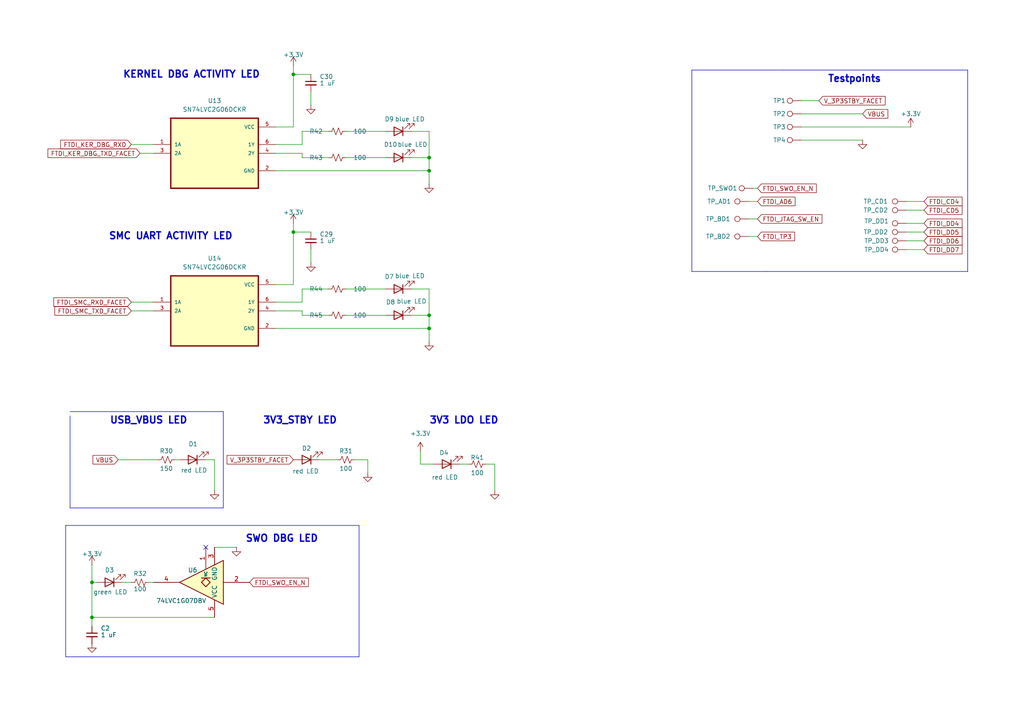
<source format=kicad_sch>
(kicad_sch (version 20250114) (generator "eeschema") (generator_version "9.0")
  (paper "A4")
  (title_block (title "FACET2 Homebrew") (date "2023-07-01") (rev "1.1"))
  (lib_symbols
    (symbol "74xGxx:74LVC1G07"
      (property "Reference" "U" (at 0 7.62 0))
      (property "Value" "74LVC1G07" (at 3.81 -7.62 0))
      (symbol "74LVC1G07_0_1"
        (polyline (pts (xy -7.62 6.35) (xy -7.62 -6.35) (xy 5.08 0) (xy -7.62 6.35)) (stroke (width 0.254)) (fill (type background)))
        (polyline (pts (xy -3.81 -1.27) (xy -1.27 -1.27)) (stroke (width 0.254)) (fill (type background)))
        (polyline (pts (xy -2.54 1.27) (xy -3.81 0) (xy -2.54 -1.27) (xy -1.27 0) (xy -2.54 1.27)) (stroke (width 0.254)) (fill (type background)))
      )
      (symbol "74LVC1G07_1_1"
        (pin input line (at -15.24 0 0) (length 7.62) (name "~") (number "2"))
        (pin power_in line (at -5.08 10.16 270) (length 5.08) (name "VCC") (number "5"))
        (pin power_in line (at -5.08 -10.16 90) (length 5.08) (name "GND") (number "3"))
        (pin free line (at -2.54 -10.16 90) (length 6.35) (name "NC") (number "1"))
        (pin open_collector line (at 12.7 0 180) (length 7.62) (name "~") (number "4"))
      )
    )
    (symbol "Connector:TestPoint" (pin_numbers (hide yes)) (pin_names (offset 0.762) (hide yes))
      (property "Reference" "TP" (at 0 6.858 0))
      (property "Value" "TestPoint" (at 0 5.08 0))
      (symbol "TestPoint_0_1"
        (circle (center 0 3.302) (radius 0.762))
      )
      (symbol "TestPoint_1_1"
        (pin passive line (at 0 0 90) (length 2.54) (name "1") (number "1"))
      )
    )
    (symbol "Device:C_Small" (pin_numbers (hide yes)) (pin_names (offset 0.254) (hide yes))
      (property "Reference" "C" (at 0.254 1.778 0))
      (property "Value" "C_Small" (at 0.254 -2.032 0))
      (symbol "C_Small_0_1"
        (polyline (pts (xy -1.524 0.508) (xy 1.524 0.508)) (stroke (width 0.3048)))
        (polyline (pts (xy -1.524 -0.508) (xy 1.524 -0.508)) (stroke (width 0.3302)))
      )
      (symbol "C_Small_1_1"
        (pin passive line (at 0 2.54 270) (length 2.032) (name "~") (number "1"))
        (pin passive line (at 0 -2.54 90) (length 2.032) (name "~") (number "2"))
      )
    )
    (symbol "Device:LED" (pin_numbers (hide yes)) (pin_names (offset 1.016) (hide yes))
      (property "Reference" "D" (at 0 2.54 0))
      (property "Value" "LED" (at 0 -2.54 0))
      (symbol "LED_0_1"
        (polyline (pts (xy -3.048 -0.762) (xy -4.572 -2.286) (xy -3.81 -2.286) (xy -4.572 -2.286) (xy -4.572 -1.524)))
        (polyline (pts (xy -1.778 -0.762) (xy -3.302 -2.286) (xy -2.54 -2.286) (xy -3.302 -2.286) (xy -3.302 -1.524)))
        (polyline (pts (xy -1.27 0) (xy 1.27 0)))
        (polyline (pts (xy -1.27 -1.27) (xy -1.27 1.27)) (stroke (width 0.254)))
        (polyline (pts (xy 1.27 -1.27) (xy 1.27 1.27) (xy -1.27 0) (xy 1.27 -1.27)) (stroke (width 0.254)))
      )
      (symbol "LED_1_1"
        (pin passive line (at -3.81 0 0) (length 2.54) (name "K") (number "1"))
        (pin passive line (at 3.81 0 180) (length 2.54) (name "A") (number "2"))
      )
    )
    (symbol "Device:R_Small_US" (pin_numbers (hide yes)) (pin_names (offset 0.254) (hide yes))
      (property "Reference" "R" (at 0.762 0.508 0))
      (property "Value" "R_Small_US" (at 0.762 -1.016 0))
      (symbol "R_Small_US_1_1"
        (polyline (pts (xy 0 1.524) (xy 1.016 1.143) (xy 0 0.762) (xy -1.016 0.381) (xy 0 0)))
        (polyline (pts (xy 0 0) (xy 1.016 -0.381) (xy 0 -0.762) (xy -1.016 -1.143) (xy 0 -1.524)))
        (pin passive line (at 0 2.54 270) (length 1.016) (name "~") (number "1"))
        (pin passive line (at 0 -2.54 90) (length 1.016) (name "~") (number "2"))
      )
    )
    (symbol "LED_1" (pin_numbers (hide yes)) (pin_names (offset 1.016) (hide yes))
      (property "Reference" "D" (at 0 2.54 0))
      (property "Value" "LED" (at 0 -2.54 0))
      (symbol "LED_1_0_1"
        (polyline (pts (xy -3.048 -0.762) (xy -4.572 -2.286) (xy -3.81 -2.286) (xy -4.572 -2.286) (xy -4.572 -1.524)))
        (polyline (pts (xy -1.778 -0.762) (xy -3.302 -2.286) (xy -2.54 -2.286) (xy -3.302 -2.286) (xy -3.302 -1.524)))
        (polyline (pts (xy -1.27 0) (xy 1.27 0)))
        (polyline (pts (xy -1.27 -1.27) (xy -1.27 1.27)) (stroke (width 0.254)))
        (polyline (pts (xy 1.27 -1.27) (xy 1.27 1.27) (xy -1.27 0) (xy 1.27 -1.27)) (stroke (width 0.254)))
      )
      (symbol "LED_1_1_1"
        (pin passive line (at -3.81 0 0) (length 2.54) (name "K") (number "1"))
        (pin passive line (at 3.81 0 180) (length 2.54) (name "A") (number "2"))
      )
    )
    (symbol "LED_2" (pin_numbers (hide yes)) (pin_names (offset 1.016) (hide yes))
      (property "Reference" "D" (at 0 2.54 0))
      (property "Value" "LED" (at 0 -2.54 0))
      (symbol "LED_2_0_1"
        (polyline (pts (xy -3.048 -0.762) (xy -4.572 -2.286) (xy -3.81 -2.286) (xy -4.572 -2.286) (xy -4.572 -1.524)))
        (polyline (pts (xy -1.778 -0.762) (xy -3.302 -2.286) (xy -2.54 -2.286) (xy -3.302 -2.286) (xy -3.302 -1.524)))
        (polyline (pts (xy -1.27 0) (xy 1.27 0)))
        (polyline (pts (xy -1.27 -1.27) (xy -1.27 1.27)) (stroke (width 0.254)))
        (polyline (pts (xy 1.27 -1.27) (xy 1.27 1.27) (xy -1.27 0) (xy 1.27 -1.27)) (stroke (width 0.254)))
      )
      (symbol "LED_2_1_1"
        (pin passive line (at -3.81 0 0) (length 2.54) (name "K") (number "1"))
        (pin passive line (at 3.81 0 180) (length 2.54) (name "A") (number "2"))
      )
    )
    (symbol "LED_3" (pin_numbers (hide yes)) (pin_names (offset 1.016) (hide yes))
      (property "Reference" "D" (at 0 2.54 0))
      (property "Value" "LED" (at 0 -2.54 0))
      (symbol "LED_3_0_1"
        (polyline (pts (xy -3.048 -0.762) (xy -4.572 -2.286) (xy -3.81 -2.286) (xy -4.572 -2.286) (xy -4.572 -1.524)))
        (polyline (pts (xy -1.778 -0.762) (xy -3.302 -2.286) (xy -2.54 -2.286) (xy -3.302 -2.286) (xy -3.302 -1.524)))
        (polyline (pts (xy -1.27 0) (xy 1.27 0)))
        (polyline (pts (xy -1.27 -1.27) (xy -1.27 1.27)) (stroke (width 0.254)))
        (polyline (pts (xy 1.27 -1.27) (xy 1.27 1.27) (xy -1.27 0) (xy 1.27 -1.27)) (stroke (width 0.254)))
      )
      (symbol "LED_3_1_1"
        (pin passive line (at -3.81 0 0) (length 2.54) (name "K") (number "1"))
        (pin passive line (at 3.81 0 180) (length 2.54) (name "A") (number "2"))
      )
    )
    (symbol "LED_4" (pin_numbers (hide yes)) (pin_names (offset 1.016) (hide yes))
      (property "Reference" "D" (at 0 2.54 0))
      (property "Value" "LED" (at 0 -2.54 0))
      (symbol "LED_4_0_1"
        (polyline (pts (xy -3.048 -0.762) (xy -4.572 -2.286) (xy -3.81 -2.286) (xy -4.572 -2.286) (xy -4.572 -1.524)))
        (polyline (pts (xy -1.778 -0.762) (xy -3.302 -2.286) (xy -2.54 -2.286) (xy -3.302 -2.286) (xy -3.302 -1.524)))
        (polyline (pts (xy -1.27 0) (xy 1.27 0)))
        (polyline (pts (xy -1.27 -1.27) (xy -1.27 1.27)) (stroke (width 0.254)))
        (polyline (pts (xy 1.27 -1.27) (xy 1.27 1.27) (xy -1.27 0) (xy 1.27 -1.27)) (stroke (width 0.254)))
      )
      (symbol "LED_4_1_1"
        (pin passive line (at -3.81 0 0) (length 2.54) (name "K") (number "1"))
        (pin passive line (at 3.81 0 180) (length 2.54) (name "A") (number "2"))
      )
    )
    (symbol "LED_5" (pin_numbers (hide yes)) (pin_names (offset 1.016) (hide yes))
      (property "Reference" "D" (at 0 2.54 0))
      (property "Value" "LED" (at 0 -2.54 0))
      (symbol "LED_5_0_1"
        (polyline (pts (xy -3.048 -0.762) (xy -4.572 -2.286) (xy -3.81 -2.286) (xy -4.572 -2.286) (xy -4.572 -1.524)))
        (polyline (pts (xy -1.778 -0.762) (xy -3.302 -2.286) (xy -2.54 -2.286) (xy -3.302 -2.286) (xy -3.302 -1.524)))
        (polyline (pts (xy -1.27 0) (xy 1.27 0)))
        (polyline (pts (xy -1.27 -1.27) (xy -1.27 1.27)) (stroke (width 0.254)))
        (polyline (pts (xy 1.27 -1.27) (xy 1.27 1.27) (xy -1.27 0) (xy 1.27 -1.27)) (stroke (width 0.254)))
      )
      (symbol "LED_5_1_1"
        (pin passive line (at -3.81 0 0) (length 2.54) (name "K") (number "1"))
        (pin passive line (at 3.81 0 180) (length 2.54) (name "A") (number "2"))
      )
    )
    (symbol "LED_6" (pin_numbers (hide yes)) (pin_names (offset 1.016) (hide yes))
      (property "Reference" "D" (at 0 2.54 0))
      (property "Value" "LED" (at 0 -2.54 0))
      (symbol "LED_6_0_1"
        (polyline (pts (xy -3.048 -0.762) (xy -4.572 -2.286) (xy -3.81 -2.286) (xy -4.572 -2.286) (xy -4.572 -1.524)))
        (polyline (pts (xy -1.778 -0.762) (xy -3.302 -2.286) (xy -2.54 -2.286) (xy -3.302 -2.286) (xy -3.302 -1.524)))
        (polyline (pts (xy -1.27 0) (xy 1.27 0)))
        (polyline (pts (xy -1.27 -1.27) (xy -1.27 1.27)) (stroke (width 0.254)))
        (polyline (pts (xy 1.27 -1.27) (xy 1.27 1.27) (xy -1.27 0) (xy 1.27 -1.27)) (stroke (width 0.254)))
      )
      (symbol "LED_6_1_1"
        (pin passive line (at -3.81 0 0) (length 2.54) (name "K") (number "1"))
        (pin passive line (at 3.81 0 180) (length 2.54) (name "A") (number "2"))
      )
    )
    (symbol "LED_7" (pin_numbers (hide yes)) (pin_names (offset 1.016) (hide yes))
      (property "Reference" "D" (at 0 2.54 0))
      (property "Value" "LED" (at 0 -2.54 0))
      (symbol "LED_7_0_1"
        (polyline (pts (xy -3.048 -0.762) (xy -4.572 -2.286) (xy -3.81 -2.286) (xy -4.572 -2.286) (xy -4.572 -1.524)))
        (polyline (pts (xy -1.778 -0.762) (xy -3.302 -2.286) (xy -2.54 -2.286) (xy -3.302 -2.286) (xy -3.302 -1.524)))
        (polyline (pts (xy -1.27 0) (xy 1.27 0)))
        (polyline (pts (xy -1.27 -1.27) (xy -1.27 1.27)) (stroke (width 0.254)))
        (polyline (pts (xy 1.27 -1.27) (xy 1.27 1.27) (xy -1.27 0) (xy 1.27 -1.27)) (stroke (width 0.254)))
      )
      (symbol "LED_7_1_1"
        (pin passive line (at -3.81 0 0) (length 2.54) (name "K") (number "1"))
        (pin passive line (at 3.81 0 180) (length 2.54) (name "A") (number "2"))
      )
    )
    (symbol "SN74LVC2G06DCKR:SN74LVC2G06DCKR" (pin_names (offset 1.016))
      (property "Reference" "U" (at -12.7 11.16 0))
      (property "Value" "SN74LVC2G06DCKR" (at -12.7 -14.16 0))
      (symbol "SN74LVC2G06DCKR_0_0"
        (rectangle (start -12.7 -10.16) (end 12.7 10.16) (stroke (width 0.41)) (fill (type background)))
        (pin input line (at -17.78 2.54 0) (length 5.08) (name "1A") (number "1"))
        (pin input line (at -17.78 0 0) (length 5.08) (name "2A") (number "3"))
        (pin power_in line (at 17.78 7.62 180) (length 5.08) (name "VCC") (number "5"))
        (pin output line (at 17.78 2.54 180) (length 5.08) (name "1Y") (number "6"))
        (pin output line (at 17.78 0 180) (length 5.08) (name "2Y") (number "4"))
        (pin power_in line (at 17.78 -5.08 180) (length 5.08) (name "GND") (number "2"))
      )
    )
    (symbol "SN74LVC2G06DCKR_1" (pin_names (offset 1.016))
      (property "Reference" "U" (at -12.7 11.16 0))
      (property "Value" "SN74LVC2G06DCKR" (at -12.7 -14.16 0))
      (symbol "SN74LVC2G06DCKR_1_0_0"
        (rectangle (start -12.7 -10.16) (end 12.7 10.16) (stroke (width 0.41)) (fill (type background)))
        (pin input line (at -17.78 2.54 0) (length 5.08) (name "1A") (number "1"))
        (pin input line (at -17.78 0 0) (length 5.08) (name "2A") (number "3"))
        (pin power_in line (at 17.78 7.62 180) (length 5.08) (name "VCC") (number "5"))
        (pin output line (at 17.78 2.54 180) (length 5.08) (name "1Y") (number "6"))
        (pin output line (at 17.78 0 180) (length 5.08) (name "2Y") (number "4"))
        (pin power_in line (at 17.78 -5.08 180) (length 5.08) (name "GND") (number "2"))
      )
    )
    (symbol "power:+3.3V" (power) (pin_numbers (hide yes)) (pin_names (offset 0) (hide yes))
      (property "Value" "+3.3V" (at 0 3.556 0))
      (symbol "+3.3V_0_1"
        (polyline (pts (xy -0.762 1.27) (xy 0 2.54)))
        (polyline (pts (xy 0 2.54) (xy 0.762 1.27)))
        (polyline (pts (xy 0 0) (xy 0 2.54)))
      )
      (symbol "+3.3V_1_1"
        (pin power_in line (at 0 0 90) (length 0) (name "~") (number "1"))
      )
    )
    (symbol "power:GND" (power) (pin_numbers (hide yes)) (pin_names (offset 0) (hide yes))
      (property "Value" "GND" (at 0 -3.81 0))
      (symbol "GND_0_1"
        (polyline (pts (xy 0 0) (xy 0 -1.27) (xy 1.27 -1.27) (xy 0 -2.54) (xy -1.27 -1.27) (xy 0 -1.27)))
      )
      (symbol "GND_1_1"
        (pin power_in line (at 0 0 270) (length 0) (name "~") (number "1"))
      )
    )
  )
  (text "USB_VBUS LED" (at 31.75 123.19 0) (effects (font (size 2 2) (thickness 0.4) (bold yes)) (justify left bottom)))
  (text "KERNEL DBG ACTIVITY LED" (at 35.56 22.86 0) (effects (font (size 2 2) (thickness 0.4) (bold yes)) (justify left bottom)))
  (text "Testpoints" (at 240.03 24.13 0) (effects (font (size 2 2) (thickness 0.4) (bold yes)) (justify left bottom)))
  (text "3V3_STBY LED" (at 76.2 123.19 0) (effects (font (size 2 2) (thickness 0.4) (bold yes)) (justify left bottom)))
  (text "3V3 LDO LED" (at 124.46 123.19 0) (effects (font (size 2 2) (thickness 0.4) (bold yes)) (justify left bottom)))
  (text "SMC UART ACTIVITY LED" (at 49.53 68.58 0) (effects (font (size 2 2) (bold yes))))
  (text "SWO DBG LED" (at 71.12 157.48 0) (effects (font (size 2 2) (thickness 0.4) (bold yes)) (justify left bottom)))
  (junction (at 85.09 67.31))
  (junction (at 124.46 91.44))
  (junction (at 124.46 49.53))
  (junction (at 124.46 95.25))
  (junction (at 26.67 168.91))
  (junction (at 26.67 179.07))
  (junction (at 124.46 45.72))
  (junction (at 85.09 21.59))
  (no_connect (at 59.69 158.75))
  (wire (pts (xy 90.17 72.39) (xy 90.17 76.2)))
  (wire (pts (xy 87.63 44.45) (xy 80.01 44.45)))
  (wire (pts (xy 26.67 179.07) (xy 26.67 181.61)))
  (wire (pts (xy 218.44 54.61) (xy 219.71 54.61)))
  (wire (pts (xy 35.56 168.91) (xy 38.1 168.91)))
  (wire (pts (xy 80.01 36.83) (xy 85.09 36.83)))
  (wire (pts (xy 87.63 83.82) (xy 95.25 83.82)))
  (polyline (pts (xy 20.32 147.32) (xy 64.77 147.32)))
  (polyline (pts (xy 64.77 147.32) (xy 64.77 119.38)))
  (wire (pts (xy 267.97 64.77) (xy 262.89 64.77)))
  (wire (pts (xy 34.29 133.35) (xy 45.72 133.35)))
  (wire (pts (xy 100.33 45.72) (xy 111.76 45.72)))
  (wire (pts (xy 92.71 133.35) (xy 97.79 133.35)))
  (wire (pts (xy 267.97 72.39) (xy 262.89 72.39)))
  (wire (pts (xy 267.97 69.85) (xy 262.89 69.85)))
  (wire (pts (xy 87.63 38.1) (xy 95.25 38.1)))
  (wire (pts (xy 38.1 90.17) (xy 44.45 90.17)))
  (wire (pts (xy 85.09 67.31) (xy 85.09 64.77)))
  (wire (pts (xy 95.25 45.72) (xy 87.63 45.72)))
  (polyline (pts (xy 19.05 152.4) (xy 19.05 190.5)))
  (wire (pts (xy 38.1 41.91) (xy 44.45 41.91)))
  (wire (pts (xy 50.8 133.35) (xy 52.07 133.35)))
  (polyline (pts (xy 20.32 119.38) (xy 64.77 119.38)))
  (wire (pts (xy 40.64 44.45) (xy 44.45 44.45)))
  (wire (pts (xy 90.17 26.67) (xy 90.17 30.48)))
  (wire (pts (xy 87.63 90.17) (xy 80.01 90.17)))
  (polyline (pts (xy 227.33 20.32) (xy 280.67 20.32)))
  (wire (pts (xy 106.68 133.35) (xy 106.68 137.16)))
  (wire (pts (xy 119.38 91.44) (xy 124.46 91.44)))
  (polyline (pts (xy 104.14 152.4) (xy 19.05 152.4)))
  (wire (pts (xy 124.46 83.82) (xy 124.46 91.44)))
  (wire (pts (xy 232.41 29.21) (xy 237.49 29.21)))
  (wire (pts (xy 26.67 163.83) (xy 26.67 168.91)))
  (wire (pts (xy 121.92 134.62) (xy 125.73 134.62)))
  (polyline (pts (xy 222.25 78.74) (xy 280.67 78.74)))
  (polyline (pts (xy 227.33 20.32) (xy 200.66 20.32)))
  (wire (pts (xy 217.17 68.58) (xy 219.71 68.58)))
  (wire (pts (xy 87.63 91.44) (xy 87.63 90.17)))
  (wire (pts (xy 124.46 95.25) (xy 124.46 99.06)))
  (wire (pts (xy 59.69 133.35) (xy 62.23 133.35)))
  (wire (pts (xy 87.63 41.91) (xy 87.63 38.1)))
  (wire (pts (xy 119.38 45.72) (xy 124.46 45.72)))
  (wire (pts (xy 100.33 83.82) (xy 111.76 83.82)))
  (wire (pts (xy 100.33 38.1) (xy 111.76 38.1)))
  (wire (pts (xy 62.23 133.35) (xy 62.23 142.24)))
  (wire (pts (xy 143.51 134.62) (xy 143.51 142.24)))
  (wire (pts (xy 262.89 58.42) (xy 267.97 58.42)))
  (wire (pts (xy 87.63 45.72) (xy 87.63 44.45)))
  (wire (pts (xy 26.67 168.91) (xy 26.67 179.07)))
  (wire (pts (xy 43.18 168.91) (xy 44.45 168.91)))
  (wire (pts (xy 262.89 60.96) (xy 267.97 60.96)))
  (wire (pts (xy 85.09 36.83) (xy 85.09 21.59)))
  (wire (pts (xy 140.97 134.62) (xy 143.51 134.62)))
  (wire (pts (xy 80.01 49.53) (xy 124.46 49.53)))
  (wire (pts (xy 62.23 158.75) (xy 68.58 158.75)))
  (wire (pts (xy 133.35 134.62) (xy 135.89 134.62)))
  (wire (pts (xy 102.87 133.35) (xy 106.68 133.35)))
  (wire (pts (xy 119.38 83.82) (xy 124.46 83.82)))
  (wire (pts (xy 217.17 63.5) (xy 219.71 63.5)))
  (polyline (pts (xy 104.14 190.5) (xy 104.14 152.4)))
  (polyline (pts (xy 280.67 78.74) (xy 280.67 20.32)))
  (wire (pts (xy 87.63 87.63) (xy 87.63 83.82)))
  (wire (pts (xy 232.41 33.02) (xy 250.19 33.02)))
  (wire (pts (xy 121.92 130.81) (xy 121.92 134.62)))
  (wire (pts (xy 62.23 179.07) (xy 26.67 179.07)))
  (polyline (pts (xy 200.66 20.32) (xy 200.66 78.74)))
  (wire (pts (xy 38.1 87.63) (xy 44.45 87.63)))
  (polyline (pts (xy 19.05 190.5) (xy 104.14 190.5)))
  (wire (pts (xy 80.01 82.55) (xy 85.09 82.55)))
  (wire (pts (xy 124.46 49.53) (xy 124.46 53.34)))
  (wire (pts (xy 267.97 67.31) (xy 262.89 67.31)))
  (wire (pts (xy 232.41 40.64) (xy 250.19 40.64)))
  (wire (pts (xy 119.38 38.1) (xy 124.46 38.1)))
  (wire (pts (xy 85.09 67.31) (xy 90.17 67.31)))
  (polyline (pts (xy 20.32 120.65) (xy 20.32 147.32)))
  (polyline (pts (xy 200.66 78.74) (xy 222.25 78.74)))
  (wire (pts (xy 124.46 38.1) (xy 124.46 45.72)))
  (wire (pts (xy 100.33 91.44) (xy 111.76 91.44)))
  (wire (pts (xy 80.01 87.63) (xy 87.63 87.63)))
  (wire (pts (xy 80.01 95.25) (xy 124.46 95.25)))
  (wire (pts (xy 217.17 58.42) (xy 219.71 58.42)))
  (wire (pts (xy 232.41 36.83) (xy 264.16 36.83)))
  (wire (pts (xy 85.09 21.59) (xy 85.09 19.05)))
  (wire (pts (xy 124.46 45.72) (xy 124.46 49.53)))
  (wire (pts (xy 124.46 91.44) (xy 124.46 95.25)))
  (wire (pts (xy 26.67 168.91) (xy 27.94 168.91)))
  (wire (pts (xy 85.09 82.55) (xy 85.09 67.31)))
  (wire (pts (xy 85.09 21.59) (xy 90.17 21.59)))
  (wire (pts (xy 95.25 91.44) (xy 87.63 91.44)))
  (wire (pts (xy 80.01 41.91) (xy 87.63 41.91)))
  (global_label "V_3P3STBY_FACET" (shape input) (at 85.09 133.35 180) (property "Intersheetrefs" "${INTERSHEET_REFS}" (effects (hide yes))))
  (global_label "FTDI_DD6" (shape input) (at 267.97 69.85 0) (property "Intersheetrefs" "${INTERSHEET_REFS}" (effects (hide yes))))
  (global_label "FTDI_SWO_EN_N" (shape input) (at 219.71 54.61 0) (property "Intersheetrefs" "${INTERSHEET_REFS}" (effects (hide yes))))
  (global_label "FTDI_DD7" (shape input) (at 267.97 72.39 0) (property "Intersheetrefs" "${INTERSHEET_REFS}" (effects (hide yes))))
  (global_label "FTDI_CD4" (shape input) (at 267.97 58.42 0) (property "Intersheetrefs" "${INTERSHEET_REFS}" (effects (hide yes))))
  (global_label "FTDI_SMC_RXD_FACET" (shape input) (at 38.1 87.63 180) (property "Intersheetrefs" "${INTERSHEET_REFS}" (effects (hide yes))))
  (global_label "FTDI_CD5" (shape input) (at 267.97 60.96 0) (property "Intersheetrefs" "${INTERSHEET_REFS}" (effects (hide yes))))
  (global_label "FTDI_AD6" (shape input) (at 219.71 58.42 0) (property "Intersheetrefs" "${INTERSHEET_REFS}" (effects (hide yes))))
  (global_label "FTDI_JTAG_SW_EN" (shape input) (at 219.71 63.5 0) (property "Intersheetrefs" "${INTERSHEET_REFS}" (effects (hide yes))))
  (global_label "V_3P3STBY_FACET" (shape input) (at 237.49 29.21 0) (property "Intersheetrefs" "${INTERSHEET_REFS}" (effects (hide yes))))
  (global_label "FTDI_KER_DBG_TXD_FACET" (shape input) (at 40.64 44.45 180) (property "Intersheetrefs" "${INTERSHEET_REFS}" (effects (hide yes))))
  (global_label "FTDI_TP3" (shape input) (at 219.71 68.58 0) (property "Intersheetrefs" "${INTERSHEET_REFS}" (effects (hide yes))))
  (global_label "VBUS" (shape input) (at 250.19 33.02 0) (property "Intersheetrefs" "${INTERSHEET_REFS}" (effects (hide yes))))
  (global_label "VBUS" (shape input) (at 34.29 133.35 180) (property "Intersheetrefs" "${INTERSHEET_REFS}" (effects (hide yes))))
  (global_label "FTDI_SMC_TXD_FACET" (shape input) (at 38.1 90.17 180) (property "Intersheetrefs" "${INTERSHEET_REFS}" (effects (hide yes))))
  (global_label "FTDI_KER_DBG_RXD" (shape input) (at 38.1 41.91 180) (property "Intersheetrefs" "${INTERSHEET_REFS}" (effects (hide yes))))
  (global_label "FTDI_DD5" (shape input) (at 267.97 67.31 0) (property "Intersheetrefs" "${INTERSHEET_REFS}" (effects (hide yes))))
  (global_label "FTDI_DD4" (shape input) (at 267.97 64.77 0) (property "Intersheetrefs" "${INTERSHEET_REFS}" (effects (hide yes))))
  (global_label "FTDI_SWO_EN_N" (shape input) (at 72.39 168.91 0) (property "Intersheetrefs" "${INTERSHEET_REFS}" (effects (hide yes))))
  (symbol (lib_id "Device:R_Small_US") (at 97.79 45.72 90) (unit 1)
    (property "Reference" "R43" (at 91.694 45.72 90))
    (property "Value" "100" (at 104.394 45.72 90))
    (property "Footprint" "Resistor_SMD:R_0402_1005Metric" (effects (hide yes)))
    (property "Datasheet" "https://www.lcsc.com/datasheet/C25076.pdf" (effects (hide yes)))
    (property "Description" "Resistor, small US symbol" (effects (hide yes)))
    (property "LCSC" "C25076" (effects (hide yes)))
    (property "MF" "UNI-ROYAL" (effects (hide yes)))
    (property "MP" "0402WGF1000TCE" (effects (hide yes)))
  )
  (symbol (lib_id "Connector:TestPoint") (at 232.41 36.83 90) (unit 1)
    (property "Reference" "TP3" (at 226.06 36.83 90))
    (property "Value" "TestPoint" (effects (hide yes)))
    (property "Footprint" "TestPoint:TestPoint_Keystone_5019_Miniature" (effects (hide yes)))
    (property "Datasheet" "https://www.lcsc.com/datasheet/C238131.pdf" (effects (hide yes)))
    (property "Description" "test point" (effects (hide yes)))
    (property "LCSC" "C238131" (effects (hide yes)))
    (property "MF" "Keystone" (effects (hide yes)))
    (property "MP" "5019" (effects (hide yes)))
  )
  (symbol (lib_id "power:GND") (at 68.58 158.75 0) (unit 1)
    (property "Reference" "#PWR045" (effects (hide yes)))
    (property "Value" "Earth" (effects (hide yes)))
    (property "Description" "Power symbol creates a global label with name \"GND\" , ground" (effects (hide yes)))
  )
  (symbol (lib_id "power:+3.3V") (at 85.09 19.05 0) (unit 1)
    (property "Reference" "#PWR019" (effects (hide yes)))
    (property "Value" "+3.3V" (at 85.09 15.875 0))
    (property "Description" "Power symbol creates a global label with name \"+3.3V\"" (effects (hide yes)))
  )
  (symbol (lib_id "power:GND") (at 124.46 99.06 0) (unit 1)
    (property "Reference" "#PWR057" (effects (hide yes)))
    (property "Value" "Earth" (effects (hide yes)))
    (property "Description" "Power symbol creates a global label with name \"GND\" , ground" (effects (hide yes)))
  )
  (symbol (lib_id "Device:C_Small") (at 26.67 184.15 0) (unit 1)
    (property "Reference" "C2" (at 29.21 182.245 0) (effects (justify left)))
    (property "Value" "1 uF" (at 29.21 184.15 0) (effects (justify left)))
    (property "Footprint" "Capacitor_SMD:C_0603_1608Metric" (effects (hide yes)))
    (property "Datasheet" "https://weblib.samsungsem.com/mlcc/mlcc-ec-data-sheet.do?partNumber=CL10B105KA8NNN" (effects (hide yes)))
    (property "Description" "Unpolarized capacitor, small symbol" (effects (hide yes)))
    (property "LCSC" "C29936" (effects (hide yes)))
    (property "MF" "Samsung Electro-Mechanics" (effects (hide yes)))
    (property "MP" "CL10B105KA8NNNC" (effects (hide yes)))
  )
  (symbol (lib_id "Connector:TestPoint") (at 262.89 69.85 90) (unit 1)
    (property "Reference" "TP_DD3" (at 257.81 69.85 90) (effects (justify left)))
    (property "Value" "TestPoint" (effects (hide yes)))
    (property "Footprint" "TestPoint:TestPoint_Pad_D1.0mm" (effects (hide yes)))
    (property "Description" "test point" (effects (hide yes)))
  )
  (symbol (lib_name "LED_4") (lib_id "Device:LED") (at 115.57 45.72 180) (unit 1)
    (property "Reference" "D10" (at 113.284 41.91 0))
    (property "Value" "blue LED" (at 119.634 41.91 0))
    (property "Footprint" "LED_SMD:LED_0603_1608Metric" (effects (hide yes)))
    (property "Datasheet" "https://www.lcsc.com/datasheet/C965807.pdf" (effects (hide yes)))
    (property "Description" "Light emitting diode" (effects (hide yes)))
    (property "LCSC" "C965807" (effects (hide yes)))
    (property "Sim.Pins" "1=K 2=A" (effects (hide yes)))
    (property "MF" "XINGLIGHT" (effects (hide yes)))
    (property "MP" "XL-1608UBC-04" (effects (hide yes)))
  )
  (symbol (lib_id "power:GND") (at 90.17 30.48 0) (unit 1)
    (property "Reference" "#PWR054" (effects (hide yes)))
    (property "Value" "Earth" (effects (hide yes)))
    (property "Description" "Power symbol creates a global label with name \"GND\" , ground" (effects (hide yes)))
  )
  (symbol (lib_id "Connector:TestPoint") (at 217.17 58.42 90) (unit 1)
    (property "Reference" "TP_AD1" (at 212.09 58.42 90) (effects (justify left)))
    (property "Value" "TestPoint" (effects (hide yes)))
    (property "Footprint" "TestPoint:TestPoint_Pad_D1.0mm" (effects (hide yes)))
    (property "Description" "test point" (effects (hide yes)))
  )
  (symbol (lib_id "Device:R_Small_US") (at 100.33 133.35 90) (unit 1)
    (property "Reference" "R31" (at 100.33 130.81 90))
    (property "Value" "100" (at 100.33 135.89 90))
    (property "Footprint" "Resistor_SMD:R_0402_1005Metric" (effects (hide yes)))
    (property "Datasheet" "https://www.lcsc.com/datasheet/C25076.pdf" (effects (hide yes)))
    (property "Description" "Resistor, small US symbol" (effects (hide yes)))
    (property "LCSC" "C25076" (effects (hide yes)))
    (property "MF" "UNI-ROYAL" (effects (hide yes)))
    (property "MP" "0402WGF1000TCE" (effects (hide yes)))
  )
  (symbol (lib_id "power:+3.3V") (at 264.16 36.83 0) (unit 1)
    (property "Reference" "#PWR014" (effects (hide yes)))
    (property "Value" "+3.3V" (at 264.16 33.02 0))
    (property "Description" "Power symbol creates a global label with name \"+3.3V\"" (effects (hide yes)))
  )
  (symbol (lib_id "Connector:TestPoint") (at 262.89 67.31 90) (unit 1)
    (property "Reference" "TP_DD2" (at 254 67.31 90))
    (property "Value" "TestPoint" (effects (hide yes)))
    (property "Footprint" "TestPoint:TestPoint_Pad_D1.0mm" (effects (hide yes)))
    (property "Description" "test point" (effects (hide yes)))
  )
  (symbol (lib_id "Device:R_Small_US") (at 97.79 38.1 90) (unit 1)
    (property "Reference" "R42" (at 91.694 38.1 90))
    (property "Value" "100" (at 104.394 38.1 90))
    (property "Footprint" "Resistor_SMD:R_0402_1005Metric" (effects (hide yes)))
    (property "Datasheet" "https://www.lcsc.com/datasheet/C25076.pdf" (effects (hide yes)))
    (property "Description" "Resistor, small US symbol" (effects (hide yes)))
    (property "LCSC" "C25076" (effects (hide yes)))
    (property "MF" "UNI-ROYAL" (effects (hide yes)))
    (property "MP" "0402WGF1000TCE" (effects (hide yes)))
  )
  (symbol (lib_id "SN74LVC2G06DCKR:SN74LVC2G06DCKR") (at 62.23 90.17 0) (unit 1)
    (property "Reference" "U14" (at 62.23 74.93 0))
    (property "Value" "SN74LVC2G06DCKR" (at 62.23 77.47 0))
    (property "Footprint" "SN74LVC2G06DCKR:SOT65P210X110-6N" (effects (hide yes)))
    (property "Datasheet" "https://www.ti.com/lit/gpn/sn74lvc2g06" (effects (hide yes)))
    (property "MF" "Texas Instruments" (effects (hide yes)))
    (property "Description_1" "2-ch, 1.65-V to 5.5-V inverters with open-drain outputs" (effects (hide yes)))
    (property "Package" "SOT-SC70-6 Texas Instruments" (effects (hide yes)))
    (property "MP" "SN74LVC2G06DCKR" (effects (hide yes)))
    (property "Availability" "In Stock" (effects (hide yes)))
    (property "Check_prices" "https://www.snapeda.com/parts/SN74LVC2G06DCKR/Texas+Instruments/view-part/?ref=eda" (effects (hide yes)))
    (property "LCSC" "C105252" (effects (hide yes)))
  )
  (symbol (lib_name "LED_5") (lib_id "Device:LED") (at 115.57 91.44 180) (unit 1)
    (property "Reference" "D8" (at 113.284 87.63 0))
    (property "Value" "blue LED" (at 119.38 87.376 0))
    (property "Footprint" "LED_SMD:LED_0603_1608Metric" (effects (hide yes)))
    (property "Datasheet" "https://www.lcsc.com/datasheet/C965807.pdf" (effects (hide yes)))
    (property "Description" "Light emitting diode" (effects (hide yes)))
    (property "LCSC" "C965807" (effects (hide yes)))
    (property "Sim.Pins" "1=K 2=A" (effects (hide yes)))
    (property "MF" "XINGLIGHT" (effects (hide yes)))
    (property "MP" "XL-1608UBC-04" (effects (hide yes)))
  )
  (symbol (lib_id "74xGxx:74LVC1G07") (at 57.15 168.91 180) (unit 1)
    (property "Reference" "U6" (at 55.88 165.354 0))
    (property "Value" "74LVC1G07DBV" (at 52.578 174.244 0))
    (property "Footprint" "Package_TO_SOT_SMD:SOT-23-5" (effects (hide yes)))
    (property "Datasheet" "https://www.ti.com/lit/ds/symlink/sn74lvc1g07.pdf" (effects (hide yes)))
    (property "Description" "Single Buffer Gate, Open Drain, Low-Voltage CMOS" (effects (hide yes)))
    (property "LCSC" "C460520" (effects (hide yes)))
    (property "MF" "DIODES" (effects (hide yes)))
    (property "MP" "74LVC1G07W5-7" (effects (hide yes)))
  )
  (symbol (lib_id "power:+3.3V") (at 85.09 64.77 0) (unit 1)
    (property "Reference" "#PWR055" (effects (hide yes)))
    (property "Value" "+3.3V" (at 85.09 61.595 0))
    (property "Description" "Power symbol creates a global label with name \"+3.3V\"" (effects (hide yes)))
  )
  (symbol (lib_id "Device:R_Small_US") (at 97.79 91.44 90) (unit 1)
    (property "Reference" "R45" (at 91.694 91.44 90))
    (property "Value" "100" (at 104.394 91.44 90))
    (property "Footprint" "Resistor_SMD:R_0402_1005Metric" (effects (hide yes)))
    (property "Datasheet" "https://www.lcsc.com/datasheet/C25076.pdf" (effects (hide yes)))
    (property "Description" "Resistor, small US symbol" (effects (hide yes)))
    (property "LCSC" "C25076" (effects (hide yes)))
    (property "MF" "UNI-ROYAL" (effects (hide yes)))
    (property "MP" "0402WGF1000TCE" (effects (hide yes)))
  )
  (symbol (lib_id "Device:R_Small_US") (at 40.64 168.91 90) (unit 1)
    (property "Reference" "R32" (at 40.64 166.37 90))
    (property "Value" "100" (at 40.64 170.815 90))
    (property "Footprint" "Resistor_SMD:R_0402_1005Metric" (effects (hide yes)))
    (property "Datasheet" "https://www.lcsc.com/datasheet/C25076.pdf" (effects (hide yes)))
    (property "Description" "Resistor, small US symbol" (effects (hide yes)))
    (property "LCSC" "C25076" (effects (hide yes)))
    (property "MF" "UNI-ROYAL" (effects (hide yes)))
    (property "MP" "0402WGF1000TCE" (effects (hide yes)))
  )
  (symbol (lib_id "Device:R_Small_US") (at 48.26 133.35 90) (unit 1)
    (property "Reference" "R30" (at 48.26 130.81 90))
    (property "Value" "150" (at 48.26 135.89 90))
    (property "Footprint" "Resistor_SMD:R_0402_1005Metric" (effects (hide yes)))
    (property "Datasheet" "https://www.lcsc.com/datasheet/C25082.pdf" (effects (hide yes)))
    (property "Description" "Resistor, small US symbol" (effects (hide yes)))
    (property "LCSC" "C25082" (effects (hide yes)))
    (property "MF" "UNI-ROYAL" (effects (hide yes)))
    (property "MP" "0402WGF1500TCE" (effects (hide yes)))
  )
  (symbol (lib_name "LED_6") (lib_id "Device:LED") (at 88.9 133.35 180) (unit 1)
    (property "Reference" "D2" (at 88.9 130.048 0))
    (property "Value" "red LED" (at 88.646 136.652 0))
    (property "Footprint" "LED_SMD:LED_0603_1608Metric" (effects (hide yes)))
    (property "Datasheet" "https://www.lcsc.com/datasheet/C965799.pdf" (effects (hide yes)))
    (property "Description" "Light emitting diode" (effects (hide yes)))
    (property "LCSC" "C965799" (effects (hide yes)))
    (property "Sim.Pins" "1=K 2=A" (effects (hide yes)))
    (property "MF" "XINGLIGHT" (effects (hide yes)))
    (property "MP" "XL-1608SURC-06" (effects (hide yes)))
  )
  (symbol (lib_name "LED_7") (lib_id "Device:LED") (at 129.54 134.62 180) (unit 1)
    (property "Reference" "D4" (at 128.778 131.318 0))
    (property "Value" "red LED" (at 129.032 138.43 0))
    (property "Footprint" "LED_SMD:LED_0603_1608Metric" (effects (hide yes)))
    (property "Datasheet" "https://www.lcsc.com/datasheet/C965799.pdf" (effects (hide yes)))
    (property "Description" "Light emitting diode" (effects (hide yes)))
    (property "LCSC" "C965799" (effects (hide yes)))
    (property "Sim.Pins" "1=K 2=A" (effects (hide yes)))
    (property "MF" "XINGLIGHT" (effects (hide yes)))
    (property "MP" "XL-1608SURC-06" (effects (hide yes)))
  )
  (symbol (lib_id "Connector:TestPoint") (at 232.41 29.21 90) (unit 1)
    (property "Reference" "TP1" (at 226.06 29.21 90))
    (property "Value" "TestPoint" (effects (hide yes)))
    (property "Footprint" "TestPoint:TestPoint_Keystone_5019_Miniature" (effects (hide yes)))
    (property "Datasheet" "https://www.lcsc.com/datasheet/C238131.pdf" (effects (hide yes)))
    (property "Description" "test point" (effects (hide yes)))
    (property "LCSC" "C238131" (effects (hide yes)))
    (property "MF" "Keystone" (effects (hide yes)))
    (property "MP" "5019" (effects (hide yes)))
  )
  (symbol (lib_name "LED_1") (lib_id "Device:LED") (at 115.57 38.1 180) (unit 1)
    (property "Reference" "D9" (at 112.903 34.544 0))
    (property "Value" "blue LED" (at 118.872 34.544 0))
    (property "Footprint" "LED_SMD:LED_0603_1608Metric" (effects (hide yes)))
    (property "Datasheet" "https://www.lcsc.com/datasheet/C965807.pdf" (effects (hide yes)))
    (property "Description" "Light emitting diode" (effects (hide yes)))
    (property "LCSC" "C965807" (effects (hide yes)))
    (property "Sim.Pins" "1=K 2=A" (effects (hide yes)))
    (property "MF" "XINGLIGHT" (effects (hide yes)))
    (property "MP" "XL-1608UBC-04" (effects (hide yes)))
  )
  (symbol (lib_id "Device:C_Small") (at 90.17 69.85 0) (unit 1)
    (property "Reference" "C29" (at 92.71 67.945 0) (effects (justify left)))
    (property "Value" "1 uF" (at 92.71 69.85 0) (effects (justify left)))
    (property "Footprint" "Capacitor_SMD:C_0603_1608Metric" (effects (hide yes)))
    (property "Datasheet" "https://weblib.samsungsem.com/mlcc/mlcc-ec-data-sheet.do?partNumber=CL10B105KA8NNN" (effects (hide yes)))
    (property "Description" "Unpolarized capacitor, small symbol" (effects (hide yes)))
    (property "LCSC" "C29936" (effects (hide yes)))
    (property "MF" "Samsung Electro-Mechanics" (effects (hide yes)))
    (property "MP" "CL10B105KA8NNNC" (effects (hide yes)))
  )
  (symbol (lib_name "SN74LVC2G06DCKR_1") (lib_id "SN74LVC2G06DCKR:SN74LVC2G06DCKR") (at 62.23 44.45 0) (unit 1)
    (property "Reference" "U13" (at 62.23 29.21 0))
    (property "Value" "SN74LVC2G06DCKR" (at 62.23 31.75 0))
    (property "Footprint" "SN74LVC2G06DCKR:SOT65P210X110-6N" (effects (hide yes)))
    (property "Datasheet" "https://www.ti.com/lit/gpn/sn74lvc2g06" (effects (hide yes)))
    (property "MF" "Texas Instruments" (effects (hide yes)))
    (property "Description_1" "2-ch, 1.65-V to 5.5-V inverters with open-drain outputs" (effects (hide yes)))
    (property "Package" "SOT-SC70-6 Texas Instruments" (effects (hide yes)))
    (property "MP" "SN74LVC2G06DCKR" (effects (hide yes)))
    (property "Availability" "In Stock" (effects (hide yes)))
    (property "Check_prices" "https://www.snapeda.com/parts/SN74LVC2G06DCKR/Texas+Instruments/view-part/?ref=eda" (effects (hide yes)))
    (property "LCSC" "C105252" (effects (hide yes)))
  )
  (symbol (lib_id "Connector:TestPoint") (at 232.41 33.02 90) (unit 1)
    (property "Reference" "TP2" (at 226.06 33.02 90))
    (property "Value" "TestPoint" (effects (hide yes)))
    (property "Footprint" "TestPoint:TestPoint_Keystone_5019_Miniature" (effects (hide yes)))
    (property "Datasheet" "https://www.lcsc.com/datasheet/C238131.pdf" (effects (hide yes)))
    (property "Description" "test point" (effects (hide yes)))
    (property "LCSC" "C238131" (effects (hide yes)))
    (property "MF" "Keystone" (effects (hide yes)))
    (property "MP" "5019" (effects (hide yes)))
  )
  (symbol (lib_id "power:GND") (at 124.46 53.34 0) (unit 1)
    (property "Reference" "#PWR053" (effects (hide yes)))
    (property "Value" "Earth" (effects (hide yes)))
    (property "Description" "Power symbol creates a global label with name \"GND\" , ground" (effects (hide yes)))
  )
  (symbol (lib_id "Connector:TestPoint") (at 262.89 60.96 90) (unit 1)
    (property "Reference" "TP_CD2" (at 254 60.96 90))
    (property "Value" "TestPoint" (effects (hide yes)))
    (property "Footprint" "TestPoint:TestPoint_Pad_D1.0mm" (effects (hide yes)))
    (property "Description" "test point" (effects (hide yes)))
  )
  (symbol (lib_id "Connector:TestPoint") (at 218.44 54.61 90) (unit 1)
    (property "Reference" "TP_SWO1" (at 209.55 54.61 90))
    (property "Value" "TestPoint" (effects (hide yes)))
    (property "Footprint" "TestPoint:TestPoint_Pad_D1.0mm" (effects (hide yes)))
    (property "Description" "test point" (effects (hide yes)))
  )
  (symbol (lib_id "power:GND") (at 26.67 186.69 0) (unit 1)
    (property "Reference" "#PWR047" (effects (hide yes)))
    (property "Value" "Earth" (effects (hide yes)))
    (property "Description" "Power symbol creates a global label with name \"GND\" , ground" (effects (hide yes)))
  )
  (symbol (lib_id "power:GND") (at 106.68 137.16 0) (unit 1)
    (property "Reference" "#PWR035" (effects (hide yes)))
    (property "Value" "Earth" (effects (hide yes)))
    (property "Description" "Power symbol creates a global label with name \"GND\" , ground" (effects (hide yes)))
  )
  (symbol (lib_id "Connector:TestPoint") (at 262.89 72.39 90) (unit 1)
    (property "Reference" "TP_DD4" (at 257.81 72.39 90) (effects (justify left)))
    (property "Value" "TestPoint" (effects (hide yes)))
    (property "Footprint" "TestPoint:TestPoint_Pad_D1.0mm" (effects (hide yes)))
    (property "Description" "test point" (effects (hide yes)))
  )
  (symbol (lib_id "Device:R_Small_US") (at 138.43 134.62 90) (unit 1)
    (property "Reference" "R41" (at 138.43 132.715 90))
    (property "Value" "100" (at 138.43 137.16 90))
    (property "Footprint" "Resistor_SMD:R_0402_1005Metric" (effects (hide yes)))
    (property "Datasheet" "https://www.lcsc.com/datasheet/C25076.pdf" (effects (hide yes)))
    (property "Description" "Resistor, small US symbol" (effects (hide yes)))
    (property "LCSC" "C25076" (effects (hide yes)))
    (property "MF" "UNI-ROYAL" (effects (hide yes)))
    (property "MP" "0402WGF1000TCE" (effects (hide yes)))
  )
  (symbol (lib_id "power:+3.3V") (at 121.92 130.81 0) (unit 1)
    (property "Reference" "#PWR059" (effects (hide yes)))
    (property "Value" "+3.3V" (at 121.92 125.73 0))
    (property "Description" "Power symbol creates a global label with name \"+3.3V\"" (effects (hide yes)))
  )
  (symbol (lib_id "power:GND") (at 90.17 76.2 0) (unit 1)
    (property "Reference" "#PWR056" (effects (hide yes)))
    (property "Value" "Earth" (effects (hide yes)))
    (property "Description" "Power symbol creates a global label with name \"GND\" , ground" (effects (hide yes)))
  )
  (symbol (lib_id "Device:C_Small") (at 90.17 24.13 0) (unit 1)
    (property "Reference" "C30" (at 92.71 22.225 0) (effects (justify left)))
    (property "Value" "1 uF" (at 92.71 24.13 0) (effects (justify left)))
    (property "Footprint" "Capacitor_SMD:C_0603_1608Metric" (effects (hide yes)))
    (property "Datasheet" "https://weblib.samsungsem.com/mlcc/mlcc-ec-data-sheet.do?partNumber=CL10B105KA8NNN" (effects (hide yes)))
    (property "Description" "Unpolarized capacitor, small symbol" (effects (hide yes)))
    (property "LCSC" "C29936" (effects (hide yes)))
    (property "MF" "Samsung Electro-Mechanics" (effects (hide yes)))
    (property "MP" "CL10B105KA8NNNC" (effects (hide yes)))
  )
  (symbol (lib_id "Connector:TestPoint") (at 262.89 58.42 90) (unit 1)
    (property "Reference" "TP_CD1" (at 254 58.42 90))
    (property "Value" "TestPoint" (effects (hide yes)))
    (property "Footprint" "TestPoint:TestPoint_Pad_D1.0mm" (effects (hide yes)))
    (property "Description" "test point" (effects (hide yes)))
  )
  (symbol (lib_id "Connector:TestPoint") (at 217.17 68.58 90) (unit 1)
    (property "Reference" "TP_BD2" (at 208.28 68.58 90))
    (property "Value" "TestPoint" (effects (hide yes)))
    (property "Footprint" "TestPoint:TestPoint_Pad_D1.0mm" (effects (hide yes)))
    (property "Description" "test point" (effects (hide yes)))
  )
  (symbol (lib_name "LED_3") (lib_id "Device:LED") (at 115.57 83.82 180) (unit 1)
    (property "Reference" "D7" (at 112.903 80.264 0))
    (property "Value" "blue LED" (at 118.872 80.01 0))
    (property "Footprint" "LED_SMD:LED_0603_1608Metric" (effects (hide yes)))
    (property "Datasheet" "https://www.lcsc.com/datasheet/C965807.pdf" (effects (hide yes)))
    (property "Description" "Light emitting diode" (effects (hide yes)))
    (property "LCSC" "C965807" (effects (hide yes)))
    (property "Sim.Pins" "1=K 2=A" (effects (hide yes)))
    (property "MF" "XINGLIGHT" (effects (hide yes)))
    (property "MP" "XL-1608UBC-04" (effects (hide yes)))
  )
  (symbol (lib_id "Device:LED") (at 31.75 168.91 180) (unit 1)
    (property "Reference" "D3" (at 31.75 165.354 0))
    (property "Value" "green LED" (at 32.004 171.704 0))
    (property "Footprint" "LED_SMD:LED_0603_1608Metric" (effects (hide yes)))
    (property "Datasheet" "https://www.lcsc.com/datasheet/C84267.pdf" (effects (hide yes)))
    (property "Description" "Light emitting diode" (effects (hide yes)))
    (property "LCSC" "C84267" (effects (hide yes)))
    (property "Sim.Pins" "1=K 2=A" (effects (hide yes)))
    (property "MF" "NATIONSTAR" (effects (hide yes)))
    (property "MP" "NCD0603G1" (effects (hide yes)))
  )
  (symbol (lib_name "LED_2") (lib_id "Device:LED") (at 55.88 133.35 180) (unit 1)
    (property "Reference" "D1" (at 56.007 128.778 0))
    (property "Value" "red LED" (at 56.261 136.398 0))
    (property "Footprint" "LED_SMD:LED_0603_1608Metric" (effects (hide yes)))
    (property "Datasheet" "https://www.lcsc.com/datasheet/C965799.pdf" (effects (hide yes)))
    (property "Description" "Light emitting diode" (effects (hide yes)))
    (property "LCSC" "C965799" (effects (hide yes)))
    (property "Sim.Pins" "1=K 2=A" (effects (hide yes)))
    (property "MF" "XINGLIGHT" (effects (hide yes)))
    (property "MP" "XL-1608SURC-06" (effects (hide yes)))
  )
  (symbol (lib_id "Connector:TestPoint") (at 232.41 40.64 90) (unit 1)
    (property "Reference" "TP4" (at 226.06 40.64 90))
    (property "Value" "TestPoint" (effects (hide yes)))
    (property "Footprint" "TestPoint:TestPoint_Keystone_5019_Miniature" (effects (hide yes)))
    (property "Datasheet" "https://www.lcsc.com/datasheet/C238131.pdf" (effects (hide yes)))
    (property "Description" "test point" (effects (hide yes)))
    (property "LCSC" "C238131" (effects (hide yes)))
    (property "MF" "Keystone" (effects (hide yes)))
    (property "MP" "5019" (effects (hide yes)))
  )
  (symbol (lib_id "Device:R_Small_US") (at 97.79 83.82 90) (unit 1)
    (property "Reference" "R44" (at 91.694 83.82 90))
    (property "Value" "100" (at 104.394 83.82 90))
    (property "Footprint" "Resistor_SMD:R_0402_1005Metric" (effects (hide yes)))
    (property "Datasheet" "https://www.lcsc.com/datasheet/C25076.pdf" (effects (hide yes)))
    (property "Description" "Resistor, small US symbol" (effects (hide yes)))
    (property "LCSC" "C25076" (effects (hide yes)))
    (property "MF" "UNI-ROYAL" (effects (hide yes)))
    (property "MP" "0402WGF1000TCE" (effects (hide yes)))
  )
  (symbol (lib_id "power:+3.3V") (at 26.67 163.83 0) (unit 1)
    (property "Reference" "#PWR029" (effects (hide yes)))
    (property "Value" "+3.3V" (at 26.67 160.655 0))
    (property "Description" "Power symbol creates a global label with name \"+3.3V\"" (effects (hide yes)))
  )
  (symbol (lib_id "power:GND") (at 62.23 142.24 0) (unit 1)
    (property "Reference" "#PWR028" (effects (hide yes)))
    (property "Value" "Earth" (effects (hide yes)))
    (property "Description" "Power symbol creates a global label with name \"GND\" , ground" (effects (hide yes)))
  )
  (symbol (lib_id "power:GND") (at 143.51 142.24 0) (unit 1)
    (property "Reference" "#PWR058" (effects (hide yes)))
    (property "Value" "Earth" (effects (hide yes)))
    (property "Description" "Power symbol creates a global label with name \"GND\" , ground" (effects (hide yes)))
  )
  (symbol (lib_id "Connector:TestPoint") (at 217.17 63.5 90) (unit 1)
    (property "Reference" "TP_BD1" (at 208.28 63.5 90))
    (property "Value" "TestPoint" (effects (hide yes)))
    (property "Footprint" "TestPoint:TestPoint_Pad_D1.0mm" (effects (hide yes)))
    (property "Description" "test point" (effects (hide yes)))
  )
  (symbol (lib_id "Connector:TestPoint") (at 262.89 64.77 90) (unit 1)
    (property "Reference" "TP_DD1" (at 257.81 64.135 90) (effects (justify left)))
    (property "Value" "TestPoint" (effects (hide yes)))
    (property "Footprint" "TestPoint:TestPoint_Pad_D1.0mm" (effects (hide yes)))
    (property "Description" "test point" (effects (hide yes)))
  )
  (symbol (lib_id "power:GND") (at 250.19 40.64 0) (unit 1)
    (property "Reference" "#PWR027" (effects (hide yes)))
    (property "Value" "Earth" (effects (hide yes)))
    (property "Description" "Power symbol creates a global label with name \"GND\" , ground" (effects (hide yes)))
  )
)
</source>
